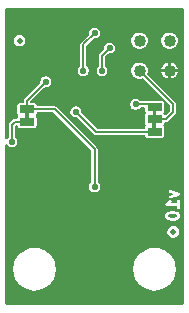
<source format=gbl>
%TF.GenerationSoftware,KiCad,Pcbnew,9.0.4*%
%TF.CreationDate,2026-01-16T11:12:57-07:00*%
%TF.ProjectId,SparkFun_Capacitive_Soil_Moisture_Sensor,53706172-6b46-4756-9e5f-436170616369,v10*%
%TF.SameCoordinates,Original*%
%TF.FileFunction,Copper,L2,Bot*%
%TF.FilePolarity,Positive*%
%FSLAX46Y46*%
G04 Gerber Fmt 4.6, Leading zero omitted, Abs format (unit mm)*
G04 Created by KiCad (PCBNEW 9.0.4) date 2026-01-16 11:12:57*
%MOMM*%
%LPD*%
G01*
G04 APERTURE LIST*
G04 Aperture macros list*
%AMRoundRect*
0 Rectangle with rounded corners*
0 $1 Rounding radius*
0 $2 $3 $4 $5 $6 $7 $8 $9 X,Y pos of 4 corners*
0 Add a 4 corners polygon primitive as box body*
4,1,4,$2,$3,$4,$5,$6,$7,$8,$9,$2,$3,0*
0 Add four circle primitives for the rounded corners*
1,1,$1+$1,$2,$3*
1,1,$1+$1,$4,$5*
1,1,$1+$1,$6,$7*
1,1,$1+$1,$8,$9*
0 Add four rect primitives between the rounded corners*
20,1,$1+$1,$2,$3,$4,$5,0*
20,1,$1+$1,$4,$5,$6,$7,0*
20,1,$1+$1,$6,$7,$8,$9,0*
20,1,$1+$1,$8,$9,$2,$3,0*%
G04 Aperture macros list end*
%ADD10C,0.254000*%
%TA.AperFunction,EtchedComponent*%
%ADD11C,0.000000*%
%TD*%
%TA.AperFunction,SMDPad,CuDef*%
%ADD12RoundRect,0.508000X0.000010X0.000010X-0.000010X0.000010X-0.000010X-0.000010X0.000010X-0.000010X0*%
%TD*%
%TA.AperFunction,SMDPad,CuDef*%
%ADD13C,0.500000*%
%TD*%
%TA.AperFunction,SMDPad,CuDef*%
%ADD14R,1.270000X0.660400*%
%TD*%
%TA.AperFunction,ViaPad*%
%ADD15C,0.560000*%
%TD*%
%TA.AperFunction,Conductor*%
%ADD16C,0.152400*%
%TD*%
G04 APERTURE END LIST*
D10*
G36*
X14506463Y-17576279D02*
G01*
X14572319Y-17609207D01*
X14591556Y-17628444D01*
X14617312Y-17679956D01*
X14617312Y-17716757D01*
X14591556Y-17768269D01*
X14572319Y-17787507D01*
X14506463Y-17820435D01*
X14341631Y-17861643D01*
X14130994Y-17861643D01*
X13966162Y-17820435D01*
X13900306Y-17787507D01*
X13881067Y-17768268D01*
X13855312Y-17716758D01*
X13855312Y-17679956D01*
X13881067Y-17628446D01*
X13900306Y-17609207D01*
X13966162Y-17576279D01*
X14130994Y-17535071D01*
X14341631Y-17535071D01*
X14506463Y-17576279D01*
G37*
G36*
X14998312Y-18242643D02*
G01*
X13474312Y-18242643D01*
X13474312Y-17649976D01*
X13601312Y-17649976D01*
X13601312Y-17746738D01*
X13603752Y-17771514D01*
X13605498Y-17775730D01*
X13605822Y-17780283D01*
X13614720Y-17803534D01*
X13663101Y-17900296D01*
X13669814Y-17910960D01*
X13671097Y-17914058D01*
X13673958Y-17917544D01*
X13676363Y-17921365D01*
X13678896Y-17923562D01*
X13686890Y-17933303D01*
X13735271Y-17981684D01*
X13745011Y-17989677D01*
X13747209Y-17992211D01*
X13751029Y-17994615D01*
X13754516Y-17997477D01*
X13757613Y-17998759D01*
X13768278Y-18005473D01*
X13865040Y-18053854D01*
X13866852Y-18054547D01*
X13867590Y-18055094D01*
X13877982Y-18058806D01*
X13888291Y-18062752D01*
X13889206Y-18062817D01*
X13891034Y-18063470D01*
X14084558Y-18111851D01*
X14088853Y-18112486D01*
X14090584Y-18113203D01*
X14099913Y-18114121D01*
X14109186Y-18115493D01*
X14111038Y-18115217D01*
X14115360Y-18115643D01*
X14357265Y-18115643D01*
X14361586Y-18115217D01*
X14363439Y-18115493D01*
X14372711Y-18114121D01*
X14382041Y-18113203D01*
X14383771Y-18112486D01*
X14388067Y-18111851D01*
X14581591Y-18063470D01*
X14583418Y-18062817D01*
X14584334Y-18062752D01*
X14594634Y-18058809D01*
X14605036Y-18055094D01*
X14605774Y-18054546D01*
X14607585Y-18053854D01*
X14704347Y-18005473D01*
X14715011Y-17998759D01*
X14718109Y-17997477D01*
X14721595Y-17994615D01*
X14725416Y-17992211D01*
X14727613Y-17989677D01*
X14737354Y-17981684D01*
X14785735Y-17933303D01*
X14793731Y-17923559D01*
X14796262Y-17921364D01*
X14798664Y-17917547D01*
X14801528Y-17914058D01*
X14802811Y-17910960D01*
X14809525Y-17900295D01*
X14857905Y-17803533D01*
X14866802Y-17780281D01*
X14867125Y-17775730D01*
X14868872Y-17771514D01*
X14871312Y-17746738D01*
X14871312Y-17649976D01*
X14868872Y-17625200D01*
X14867125Y-17620983D01*
X14866802Y-17616433D01*
X14857905Y-17593181D01*
X14809525Y-17496419D01*
X14802811Y-17485753D01*
X14801528Y-17482656D01*
X14798664Y-17479166D01*
X14796262Y-17475350D01*
X14793731Y-17473154D01*
X14785735Y-17463411D01*
X14737354Y-17415030D01*
X14727613Y-17407036D01*
X14725416Y-17404503D01*
X14721595Y-17402098D01*
X14718109Y-17399237D01*
X14715011Y-17397954D01*
X14704347Y-17391241D01*
X14607585Y-17342860D01*
X14605774Y-17342167D01*
X14605036Y-17341620D01*
X14594634Y-17337904D01*
X14584334Y-17333962D01*
X14583418Y-17333896D01*
X14581591Y-17333244D01*
X14388067Y-17284863D01*
X14383771Y-17284227D01*
X14382041Y-17283511D01*
X14372711Y-17282592D01*
X14363439Y-17281221D01*
X14361586Y-17281496D01*
X14357265Y-17281071D01*
X14115360Y-17281071D01*
X14111038Y-17281496D01*
X14109186Y-17281221D01*
X14099913Y-17282592D01*
X14090584Y-17283511D01*
X14088853Y-17284227D01*
X14084558Y-17284863D01*
X13891034Y-17333244D01*
X13889206Y-17333896D01*
X13888291Y-17333962D01*
X13877982Y-17337907D01*
X13867590Y-17341620D01*
X13866852Y-17342166D01*
X13865040Y-17342860D01*
X13768278Y-17391241D01*
X13757613Y-17397954D01*
X13754516Y-17399237D01*
X13751029Y-17402098D01*
X13747209Y-17404503D01*
X13745011Y-17407036D01*
X13735271Y-17415030D01*
X13686890Y-17463411D01*
X13678896Y-17473151D01*
X13676363Y-17475349D01*
X13673958Y-17479169D01*
X13671097Y-17482656D01*
X13669814Y-17485753D01*
X13663101Y-17496418D01*
X13614720Y-17593180D01*
X13605822Y-17616431D01*
X13605498Y-17620983D01*
X13603752Y-17625200D01*
X13601312Y-17649976D01*
X13474312Y-17649976D01*
X13474312Y-16730606D01*
X13601312Y-16730606D01*
X13603752Y-16742939D01*
X13603752Y-16755514D01*
X13608514Y-16767011D01*
X13610929Y-16779217D01*
X13617903Y-16789678D01*
X13622715Y-16801295D01*
X13631513Y-16810093D01*
X13638415Y-16820446D01*
X13648863Y-16827443D01*
X13657755Y-16836335D01*
X13669249Y-16841096D01*
X13679588Y-16848020D01*
X13691918Y-16850486D01*
X13703536Y-16855298D01*
X13728051Y-16857712D01*
X13728180Y-16857738D01*
X13728223Y-16857729D01*
X13728312Y-16857738D01*
X14617312Y-16857738D01*
X14617312Y-17021024D01*
X14619752Y-17045800D01*
X14638715Y-17091581D01*
X14673755Y-17126621D01*
X14719536Y-17145584D01*
X14769088Y-17145584D01*
X14814869Y-17126621D01*
X14849909Y-17091581D01*
X14868872Y-17045800D01*
X14871312Y-17021024D01*
X14871312Y-16440452D01*
X14868872Y-16415676D01*
X14849909Y-16369895D01*
X14814869Y-16334855D01*
X14769088Y-16315892D01*
X14719536Y-16315892D01*
X14673755Y-16334855D01*
X14638715Y-16369895D01*
X14619752Y-16415676D01*
X14617312Y-16440452D01*
X14617312Y-16603738D01*
X14077686Y-16603738D01*
X14083809Y-16594010D01*
X14132190Y-16497248D01*
X14141088Y-16473997D01*
X14144601Y-16424568D01*
X14128930Y-16377557D01*
X14096463Y-16340122D01*
X14052143Y-16317962D01*
X14002714Y-16314449D01*
X13955703Y-16330120D01*
X13918268Y-16362587D01*
X13905006Y-16383656D01*
X13865842Y-16461983D01*
X13792541Y-16535283D01*
X13657865Y-16625068D01*
X13657797Y-16625123D01*
X13657755Y-16625141D01*
X13657660Y-16625235D01*
X13638604Y-16640841D01*
X13631606Y-16651289D01*
X13622715Y-16660181D01*
X13617953Y-16671675D01*
X13611030Y-16682014D01*
X13608563Y-16694344D01*
X13603752Y-16705962D01*
X13603752Y-16718405D01*
X13601312Y-16730606D01*
X13474312Y-16730606D01*
X13474312Y-15599414D01*
X13941343Y-15599414D01*
X13943803Y-15648906D01*
X13965016Y-15693690D01*
X14001752Y-15726946D01*
X14024264Y-15737577D01*
X14366714Y-15859881D01*
X14024264Y-15982185D01*
X14001752Y-15992816D01*
X13965016Y-16026072D01*
X13943803Y-16070856D01*
X13941343Y-16120348D01*
X13958009Y-16167013D01*
X13991265Y-16203749D01*
X14036049Y-16224962D01*
X14085541Y-16227422D01*
X14109694Y-16221387D01*
X14787026Y-15979482D01*
X14809538Y-15968851D01*
X14814262Y-15964573D01*
X14820026Y-15961844D01*
X14832502Y-15948061D01*
X14846274Y-15935595D01*
X14849002Y-15929835D01*
X14853282Y-15925108D01*
X14859533Y-15907603D01*
X14867488Y-15890811D01*
X14867804Y-15884444D01*
X14869948Y-15878442D01*
X14869025Y-15859881D01*
X14869948Y-15841320D01*
X14867804Y-15835317D01*
X14867488Y-15828951D01*
X14859533Y-15812158D01*
X14853282Y-15794654D01*
X14849002Y-15789926D01*
X14846274Y-15784167D01*
X14832502Y-15771700D01*
X14820026Y-15757918D01*
X14814262Y-15755188D01*
X14809538Y-15750911D01*
X14787026Y-15740280D01*
X14109694Y-15498375D01*
X14085541Y-15492340D01*
X14036049Y-15494800D01*
X13991265Y-15516013D01*
X13958009Y-15552749D01*
X13941343Y-15599414D01*
X13474312Y-15599414D01*
X13474312Y-15365340D01*
X14998312Y-15365340D01*
X14998312Y-18242643D01*
G37*
D11*
%TA.AperFunction,EtchedComponent*%
%TO.C,JP2*%
G36*
X12827000Y-10287000D02*
G01*
X12527000Y-10287000D01*
X12527000Y-9787000D01*
X12827000Y-9787000D01*
X12827000Y-10287000D01*
G37*
%TD.AperFunction*%
%TA.AperFunction,EtchedComponent*%
G36*
X12850000Y-9254300D02*
G01*
X12550000Y-9254300D01*
X12550000Y-8754300D01*
X12850000Y-8754300D01*
X12850000Y-9254300D01*
G37*
%TD.AperFunction*%
%TA.AperFunction,EtchedComponent*%
%TO.C,JP1*%
G36*
X2055000Y-9457500D02*
G01*
X1755000Y-9457500D01*
X1755000Y-8957500D01*
X2055000Y-8957500D01*
X2055000Y-9457500D01*
G37*
%TD.AperFunction*%
%TD*%
D12*
%TO.P,TP5,1,1*%
%TO.N,3.3V*%
X11430000Y-5397500D03*
%TD*%
%TO.P,TP6,1,1*%
%TO.N,SDA*%
X11430000Y-2857500D03*
%TD*%
%TO.P,TP4,1,1*%
%TO.N,GND*%
X13970000Y-5397500D03*
%TD*%
D13*
%TO.P,FID2,*%
%TO.N,*%
X1270000Y-2857500D03*
%TD*%
D14*
%TO.P,JP2,1,A*%
%TO.N,Net-(JP2-A)*%
X12700000Y-8483600D03*
%TO.P,JP2,2,B*%
%TO.N,3.3V*%
X12700000Y-9525000D03*
%TO.P,JP2,3,C*%
%TO.N,Net-(JP2-C)*%
X12700000Y-10566400D03*
%TD*%
%TO.P,JP1,1,A*%
%TO.N,Net-(JP1-A)*%
X1905000Y-9728200D03*
%TO.P,JP1,2,B*%
%TO.N,3.3V*%
X1905000Y-8686800D03*
%TD*%
D12*
%TO.P,TP7,1,1*%
%TO.N,SCL*%
X13970000Y-2857500D03*
%TD*%
D13*
%TO.P,FID1,*%
%TO.N,*%
X14287500Y-19050000D03*
%TD*%
D15*
%TO.N,3.3V*%
X7620000Y-15240000D03*
X11430000Y-5397500D03*
X3492500Y-6350000D03*
%TO.N,GND*%
X9525000Y-17462500D03*
X9525000Y-19050000D03*
X635000Y-14605000D03*
X9842500Y-6096000D03*
X13970000Y-5397500D03*
X6350000Y-2222500D03*
X635000Y-16192500D03*
X10477500Y-16510000D03*
%TO.N,SCL*%
X6667500Y-5397500D03*
X13970000Y-2857500D03*
X7620000Y-2222500D03*
%TO.N,SDA*%
X11430000Y-2857500D03*
X8890000Y-3492500D03*
X8255000Y-5397500D03*
%TO.N,Net-(JP1-A)*%
X635000Y-11430000D03*
%TO.N,Net-(JP2-A)*%
X11112500Y-8255000D03*
%TO.N,Net-(JP2-C)*%
X6039900Y-8890000D03*
%TD*%
D16*
%TO.N,3.3V*%
X4241800Y-8686800D02*
X7620000Y-12065000D01*
X1905000Y-7937500D02*
X1905000Y-8686800D01*
X1905000Y-8686800D02*
X4241800Y-8686800D01*
X14287500Y-8890000D02*
X13652500Y-9525000D01*
X14287500Y-8255000D02*
X14287500Y-8890000D01*
X13652500Y-9525000D02*
X12700000Y-9525000D01*
X3492500Y-6350000D02*
X1905000Y-7937500D01*
X7620000Y-12065000D02*
X7620000Y-15240000D01*
X11430000Y-5397500D02*
X14287500Y-8255000D01*
%TO.N,SCL*%
X6667500Y-3175000D02*
X6667500Y-5397500D01*
X7620000Y-2222500D02*
X6667500Y-3175000D01*
%TO.N,SDA*%
X8255000Y-4127500D02*
X8890000Y-3492500D01*
X8255000Y-5397500D02*
X8255000Y-4127500D01*
%TO.N,Net-(JP1-A)*%
X908050Y-9728200D02*
X635000Y-10001250D01*
X635000Y-10001250D02*
X635000Y-11430000D01*
X1905000Y-9728200D02*
X908050Y-9728200D01*
%TO.N,Net-(JP2-A)*%
X11112500Y-8255000D02*
X12471400Y-8255000D01*
X11112500Y-8255000D02*
X11112500Y-8318500D01*
X12471400Y-8255000D02*
X12700000Y-8483600D01*
%TO.N,Net-(JP2-C)*%
X7716300Y-10566400D02*
X12700000Y-10566400D01*
X6039900Y-8890000D02*
X7716300Y-10566400D01*
%TD*%
%TA.AperFunction,Conductor*%
%TO.N,GND*%
G36*
X15131901Y-97265D02*
G01*
X15161965Y-149336D01*
X15163300Y-164600D01*
X15163300Y-25128800D01*
X15142735Y-25185301D01*
X15090664Y-25215365D01*
X15075400Y-25216700D01*
X164600Y-25216700D01*
X108099Y-25196135D01*
X78035Y-25144064D01*
X76700Y-25128800D01*
X76700Y-22106989D01*
X739500Y-22106989D01*
X739500Y-22343011D01*
X770307Y-22577014D01*
X831394Y-22804993D01*
X879470Y-22921059D01*
X921713Y-23023043D01*
X921714Y-23023045D01*
X1039728Y-23227452D01*
X1166918Y-23393208D01*
X1183408Y-23414699D01*
X1350301Y-23581592D01*
X1537550Y-23725273D01*
X1741951Y-23843284D01*
X1960007Y-23933606D01*
X2187986Y-23994693D01*
X2367541Y-24018331D01*
X2421987Y-24025500D01*
X2421989Y-24025500D01*
X2658013Y-24025500D01*
X2706784Y-24019078D01*
X2892014Y-23994693D01*
X3119993Y-23933606D01*
X3338049Y-23843284D01*
X3542450Y-23725273D01*
X3729699Y-23581592D01*
X3896592Y-23414699D01*
X4040273Y-23227450D01*
X4158284Y-23023049D01*
X4248606Y-22804993D01*
X4309693Y-22577014D01*
X4340500Y-22343011D01*
X4340500Y-22106989D01*
X10899500Y-22106989D01*
X10899500Y-22343011D01*
X10930307Y-22577014D01*
X10991394Y-22804993D01*
X11039470Y-22921059D01*
X11081713Y-23023043D01*
X11081714Y-23023045D01*
X11199728Y-23227452D01*
X11326918Y-23393208D01*
X11343408Y-23414699D01*
X11510301Y-23581592D01*
X11697550Y-23725273D01*
X11901951Y-23843284D01*
X12120007Y-23933606D01*
X12347986Y-23994693D01*
X12527541Y-24018331D01*
X12581987Y-24025500D01*
X12581989Y-24025500D01*
X12818013Y-24025500D01*
X12866784Y-24019078D01*
X13052014Y-23994693D01*
X13279993Y-23933606D01*
X13498049Y-23843284D01*
X13702450Y-23725273D01*
X13889699Y-23581592D01*
X14056592Y-23414699D01*
X14200273Y-23227450D01*
X14318284Y-23023049D01*
X14408606Y-22804993D01*
X14469693Y-22577014D01*
X14500500Y-22343011D01*
X14500500Y-22106989D01*
X14469693Y-21872986D01*
X14408606Y-21645007D01*
X14318284Y-21426951D01*
X14200273Y-21222550D01*
X14056592Y-21035301D01*
X13889699Y-20868408D01*
X13868208Y-20851918D01*
X13702452Y-20724728D01*
X13634316Y-20685390D01*
X13498049Y-20606716D01*
X13498047Y-20606715D01*
X13498045Y-20606714D01*
X13498043Y-20606713D01*
X13396059Y-20564470D01*
X13279993Y-20516394D01*
X13279986Y-20516392D01*
X13052026Y-20455310D01*
X13052014Y-20455307D01*
X12818013Y-20424500D01*
X12818011Y-20424500D01*
X12581989Y-20424500D01*
X12581987Y-20424500D01*
X12347985Y-20455307D01*
X12347973Y-20455310D01*
X12120013Y-20516392D01*
X12120009Y-20516393D01*
X12120007Y-20516394D01*
X12120005Y-20516395D01*
X11901956Y-20606713D01*
X11901954Y-20606714D01*
X11697547Y-20724728D01*
X11510304Y-20868405D01*
X11343405Y-21035304D01*
X11199728Y-21222547D01*
X11081714Y-21426954D01*
X11081713Y-21426956D01*
X11005475Y-21611010D01*
X10991394Y-21645007D01*
X10930307Y-21872986D01*
X10899500Y-22106989D01*
X4340500Y-22106989D01*
X4309693Y-21872986D01*
X4248606Y-21645007D01*
X4158284Y-21426951D01*
X4040273Y-21222550D01*
X3896592Y-21035301D01*
X3729699Y-20868408D01*
X3708208Y-20851918D01*
X3542452Y-20724728D01*
X3474316Y-20685390D01*
X3338049Y-20606716D01*
X3338047Y-20606715D01*
X3338045Y-20606714D01*
X3338043Y-20606713D01*
X3236059Y-20564470D01*
X3119993Y-20516394D01*
X3119986Y-20516392D01*
X2892026Y-20455310D01*
X2892014Y-20455307D01*
X2658013Y-20424500D01*
X2658011Y-20424500D01*
X2421989Y-20424500D01*
X2421987Y-20424500D01*
X2187985Y-20455307D01*
X2187973Y-20455310D01*
X1960013Y-20516392D01*
X1960009Y-20516393D01*
X1960007Y-20516394D01*
X1960005Y-20516395D01*
X1741956Y-20606713D01*
X1741954Y-20606714D01*
X1537547Y-20724728D01*
X1350304Y-20868405D01*
X1183405Y-21035304D01*
X1039728Y-21222547D01*
X921714Y-21426954D01*
X921713Y-21426956D01*
X845475Y-21611010D01*
X831394Y-21645007D01*
X770307Y-21872986D01*
X739500Y-22106989D01*
X76700Y-22106989D01*
X76700Y-18984108D01*
X13787000Y-18984108D01*
X13787000Y-19115892D01*
X13821108Y-19243186D01*
X13887000Y-19357314D01*
X13980186Y-19450500D01*
X14094314Y-19516392D01*
X14221608Y-19550500D01*
X14353391Y-19550500D01*
X14353392Y-19550500D01*
X14480686Y-19516392D01*
X14594814Y-19450500D01*
X14688000Y-19357314D01*
X14753892Y-19243186D01*
X14788000Y-19115892D01*
X14788000Y-18984108D01*
X14753892Y-18856814D01*
X14688000Y-18742686D01*
X14594814Y-18649500D01*
X14480686Y-18583608D01*
X14480685Y-18583607D01*
X14480684Y-18583607D01*
X14353392Y-18549500D01*
X14221608Y-18549500D01*
X14094315Y-18583607D01*
X13980184Y-18649501D01*
X13887001Y-18742684D01*
X13821107Y-18856815D01*
X13787000Y-18984108D01*
X76700Y-18984108D01*
X76700Y-18122924D01*
X13593919Y-18122924D01*
X13593920Y-18122924D01*
X14877769Y-18122924D01*
X14877770Y-18122924D01*
X14877770Y-15484884D01*
X13593919Y-15484884D01*
X13593919Y-18122924D01*
X76700Y-18122924D01*
X76700Y-11707643D01*
X97265Y-11651142D01*
X149336Y-11621078D01*
X208550Y-11631519D01*
X240722Y-11663692D01*
X268268Y-11711403D01*
X353597Y-11796732D01*
X458103Y-11857068D01*
X458105Y-11857068D01*
X458106Y-11857069D01*
X574664Y-11888300D01*
X695335Y-11888300D01*
X695336Y-11888300D01*
X811897Y-11857068D01*
X916403Y-11796732D01*
X1001732Y-11711403D01*
X1062068Y-11606897D01*
X1093300Y-11490336D01*
X1093300Y-11369664D01*
X1062068Y-11253103D01*
X1001732Y-11148597D01*
X916403Y-11063268D01*
X915245Y-11062110D01*
X889834Y-11007616D01*
X889500Y-10999955D01*
X889500Y-10143078D01*
X896062Y-10125047D01*
X897735Y-10105931D01*
X908743Y-10090208D01*
X910065Y-10086577D01*
X915244Y-10080924D01*
X927923Y-10068245D01*
X946964Y-10049203D01*
X1001457Y-10023793D01*
X1059535Y-10039354D01*
X1094024Y-10088606D01*
X1095330Y-10094211D01*
X1102043Y-10127966D01*
X1102044Y-10127968D01*
X1102045Y-10127969D01*
X1141453Y-10186947D01*
X1200431Y-10226355D01*
X1252439Y-10236700D01*
X2557560Y-10236699D01*
X2557563Y-10236699D01*
X2557565Y-10236698D01*
X2609565Y-10226356D01*
X2609566Y-10226356D01*
X2609566Y-10226355D01*
X2609569Y-10226355D01*
X2668547Y-10186947D01*
X2707955Y-10127969D01*
X2718300Y-10075961D01*
X2718299Y-9380440D01*
X2718299Y-9380439D01*
X2718299Y-9380436D01*
X2718298Y-9380434D01*
X2707956Y-9328434D01*
X2707956Y-9328433D01*
X2700362Y-9317068D01*
X2668547Y-9269453D01*
X2668546Y-9269452D01*
X2663737Y-9262255D01*
X2664926Y-9261460D01*
X2643337Y-9215161D01*
X2658900Y-9157083D01*
X2668421Y-9145733D01*
X2668543Y-9145549D01*
X2668547Y-9145547D01*
X2707955Y-9086569D01*
X2718300Y-9034561D01*
X2718300Y-9029200D01*
X2738865Y-8972699D01*
X2790936Y-8942635D01*
X2806200Y-8941300D01*
X4099972Y-8941300D01*
X4156473Y-8961865D01*
X4162127Y-8967045D01*
X7339755Y-12144672D01*
X7365166Y-12199166D01*
X7365500Y-12206827D01*
X7365500Y-14809955D01*
X7344935Y-14866456D01*
X7339755Y-14872110D01*
X7253269Y-14958595D01*
X7192930Y-15063106D01*
X7161700Y-15179664D01*
X7161700Y-15300335D01*
X7192930Y-15416893D01*
X7192931Y-15416896D01*
X7192932Y-15416897D01*
X7253268Y-15521403D01*
X7338597Y-15606732D01*
X7443103Y-15667068D01*
X7443105Y-15667068D01*
X7443106Y-15667069D01*
X7559664Y-15698300D01*
X7680335Y-15698300D01*
X7680336Y-15698300D01*
X7796897Y-15667068D01*
X7901403Y-15606732D01*
X7986732Y-15521403D01*
X8047068Y-15416897D01*
X8078300Y-15300336D01*
X8078300Y-15179664D01*
X8047068Y-15063103D01*
X7986732Y-14958597D01*
X7901403Y-14873268D01*
X7900245Y-14872110D01*
X7874834Y-14817616D01*
X7874500Y-14809955D01*
X7874500Y-12014378D01*
X7874499Y-12014375D01*
X7835756Y-11920839D01*
X7835755Y-11920838D01*
X7835755Y-11920837D01*
X7764163Y-11849245D01*
X7764161Y-11849244D01*
X4744582Y-8829664D01*
X5581600Y-8829664D01*
X5581600Y-8950336D01*
X5584091Y-8959633D01*
X5612830Y-9066893D01*
X5612831Y-9066896D01*
X5612832Y-9066897D01*
X5673168Y-9171403D01*
X5758497Y-9256732D01*
X5863003Y-9317068D01*
X5863005Y-9317068D01*
X5863006Y-9317069D01*
X5979564Y-9348300D01*
X6101872Y-9348300D01*
X6158373Y-9368865D01*
X6164027Y-9374045D01*
X7572137Y-10782155D01*
X7665677Y-10820901D01*
X7777154Y-10820901D01*
X7777162Y-10820900D01*
X11798801Y-10820900D01*
X11855302Y-10841465D01*
X11885366Y-10893536D01*
X11886701Y-10908800D01*
X11886701Y-10914165D01*
X11897043Y-10966165D01*
X11897043Y-10966166D01*
X11897044Y-10966168D01*
X11897045Y-10966169D01*
X11936453Y-11025147D01*
X11995431Y-11064555D01*
X12047439Y-11074900D01*
X13352560Y-11074899D01*
X13352563Y-11074899D01*
X13352565Y-11074898D01*
X13404565Y-11064556D01*
X13404566Y-11064556D01*
X13404566Y-11064555D01*
X13404569Y-11064555D01*
X13463547Y-11025147D01*
X13502955Y-10966169D01*
X13513300Y-10914161D01*
X13513299Y-10218640D01*
X13513299Y-10218639D01*
X13513299Y-10218636D01*
X13513298Y-10218634D01*
X13502956Y-10166634D01*
X13502956Y-10166633D01*
X13487217Y-10143078D01*
X13463547Y-10107653D01*
X13463546Y-10107652D01*
X13458737Y-10100455D01*
X13459926Y-10099660D01*
X13438337Y-10053361D01*
X13453900Y-9995283D01*
X13463421Y-9983933D01*
X13463543Y-9983749D01*
X13463547Y-9983747D01*
X13502955Y-9924769D01*
X13513300Y-9872761D01*
X13513300Y-9867400D01*
X13533865Y-9810899D01*
X13585936Y-9780835D01*
X13601200Y-9779500D01*
X13703122Y-9779500D01*
X13703123Y-9779500D01*
X13796663Y-9740755D01*
X14503255Y-9034163D01*
X14542001Y-8940623D01*
X14542001Y-8839377D01*
X14542001Y-8832298D01*
X14542000Y-8832284D01*
X14542000Y-8204378D01*
X14541999Y-8204375D01*
X14503256Y-8110839D01*
X14503255Y-8110838D01*
X14503255Y-8110837D01*
X14431663Y-8039245D01*
X14431661Y-8039244D01*
X12101148Y-5708730D01*
X12075737Y-5654236D01*
X12079383Y-5620424D01*
X12093727Y-5574393D01*
X12110017Y-5522118D01*
X12113263Y-5486400D01*
X13287240Y-5486400D01*
X13290478Y-5522026D01*
X13290479Y-5522028D01*
X13340026Y-5681030D01*
X13426184Y-5823550D01*
X13543949Y-5941315D01*
X13686469Y-6027473D01*
X13845472Y-6077021D01*
X13845480Y-6077022D01*
X13881099Y-6080258D01*
X13881100Y-6080258D01*
X13881100Y-5486401D01*
X14058900Y-5486401D01*
X14058900Y-6080258D01*
X14094519Y-6077022D01*
X14094527Y-6077021D01*
X14253530Y-6027473D01*
X14396050Y-5941315D01*
X14513815Y-5823550D01*
X14599973Y-5681030D01*
X14649520Y-5522028D01*
X14649521Y-5522026D01*
X14652759Y-5486400D01*
X14058901Y-5486400D01*
X14058900Y-5486401D01*
X13881100Y-5486401D01*
X13881099Y-5486400D01*
X13287240Y-5486400D01*
X12113263Y-5486400D01*
X12116300Y-5452975D01*
X12116299Y-5342026D01*
X12116264Y-5341640D01*
X12116264Y-5341631D01*
X12113263Y-5308599D01*
X13287240Y-5308599D01*
X13287241Y-5308600D01*
X13881099Y-5308600D01*
X13881100Y-5308599D01*
X14058900Y-5308599D01*
X14058901Y-5308600D01*
X14652759Y-5308600D01*
X14652759Y-5308599D01*
X14649521Y-5272973D01*
X14649520Y-5272971D01*
X14599973Y-5113969D01*
X14513815Y-4971449D01*
X14396050Y-4853684D01*
X14253530Y-4767526D01*
X14094528Y-4717979D01*
X14094526Y-4717978D01*
X14058900Y-4714740D01*
X14058900Y-5308599D01*
X13881100Y-5308599D01*
X13881100Y-4714741D01*
X13881099Y-4714740D01*
X13845473Y-4717978D01*
X13845471Y-4717979D01*
X13686469Y-4767526D01*
X13543949Y-4853684D01*
X13426184Y-4971449D01*
X13340026Y-5113969D01*
X13290479Y-5272971D01*
X13290478Y-5272973D01*
X13287240Y-5308599D01*
X12113263Y-5308599D01*
X12110018Y-5272889D01*
X12110017Y-5272881D01*
X12060433Y-5113762D01*
X11976617Y-4975116D01*
X11974212Y-4971137D01*
X11856363Y-4853288D01*
X11835336Y-4840576D01*
X11713737Y-4767066D01*
X11554619Y-4717483D01*
X11485481Y-4711200D01*
X11374518Y-4711200D01*
X11374515Y-4711201D01*
X11305389Y-4717481D01*
X11305381Y-4717482D01*
X11146262Y-4767066D01*
X11003638Y-4853287D01*
X10885787Y-4971138D01*
X10799566Y-5113762D01*
X10749983Y-5272880D01*
X10743700Y-5342018D01*
X10743700Y-5452981D01*
X10743701Y-5452984D01*
X10749981Y-5522110D01*
X10749982Y-5522118D01*
X10799566Y-5681237D01*
X10873076Y-5802836D01*
X10885788Y-5823863D01*
X11003637Y-5941712D01*
X11064437Y-5978467D01*
X11146262Y-6027933D01*
X11146264Y-6027933D01*
X11146265Y-6027934D01*
X11305382Y-6077517D01*
X11374525Y-6083800D01*
X11485474Y-6083799D01*
X11485481Y-6083799D01*
X11485483Y-6083798D01*
X11502823Y-6082222D01*
X11554610Y-6077518D01*
X11554615Y-6077517D01*
X11554618Y-6077517D01*
X11652924Y-6046883D01*
X11712985Y-6049707D01*
X11741230Y-6068648D01*
X13537342Y-7864759D01*
X14007255Y-8334672D01*
X14032666Y-8389166D01*
X14033000Y-8396827D01*
X14033000Y-8748172D01*
X14012435Y-8804673D01*
X14007255Y-8810327D01*
X13650661Y-9166920D01*
X13596167Y-9192331D01*
X13538089Y-9176768D01*
X13513904Y-9151252D01*
X13505423Y-9137642D01*
X13502955Y-9125231D01*
X13463547Y-9066253D01*
X13459077Y-9063266D01*
X13451301Y-9050787D01*
X13447043Y-9030632D01*
X13438337Y-9011961D01*
X13441000Y-9002022D01*
X13438874Y-8991958D01*
X13448568Y-8973780D01*
X13453900Y-8953883D01*
X13463421Y-8942533D01*
X13463543Y-8942349D01*
X13463547Y-8942347D01*
X13502955Y-8883369D01*
X13513300Y-8831361D01*
X13513299Y-8135840D01*
X13513299Y-8135836D01*
X13513298Y-8135834D01*
X13502956Y-8083834D01*
X13502956Y-8083833D01*
X13502955Y-8083831D01*
X13463547Y-8024853D01*
X13419152Y-7995189D01*
X13419150Y-7995187D01*
X13404570Y-7985445D01*
X13376868Y-7979935D01*
X13352561Y-7975100D01*
X13352559Y-7975100D01*
X12047436Y-7975100D01*
X12047434Y-7975101D01*
X11995434Y-7985443D01*
X11995432Y-7985444D01*
X11995072Y-7985685D01*
X11994246Y-7985935D01*
X11987435Y-7988757D01*
X11987157Y-7988086D01*
X11946236Y-8000500D01*
X11542545Y-8000500D01*
X11486044Y-7979935D01*
X11480390Y-7974755D01*
X11393904Y-7888269D01*
X11393903Y-7888268D01*
X11289397Y-7827932D01*
X11289396Y-7827931D01*
X11289393Y-7827930D01*
X11172836Y-7796700D01*
X11052164Y-7796700D01*
X10935606Y-7827930D01*
X10831095Y-7888269D01*
X10745769Y-7973595D01*
X10685430Y-8078106D01*
X10654200Y-8194664D01*
X10654200Y-8315335D01*
X10685430Y-8431893D01*
X10685431Y-8431896D01*
X10685432Y-8431897D01*
X10745768Y-8536403D01*
X10831097Y-8621732D01*
X10935603Y-8682068D01*
X10935605Y-8682068D01*
X10935606Y-8682069D01*
X11052164Y-8713300D01*
X11172835Y-8713300D01*
X11172836Y-8713300D01*
X11289397Y-8682068D01*
X11393903Y-8621732D01*
X11479232Y-8536403D01*
X11479232Y-8536402D01*
X11480390Y-8535245D01*
X11534884Y-8509834D01*
X11542545Y-8509500D01*
X11798801Y-8509500D01*
X11855302Y-8530065D01*
X11885366Y-8582136D01*
X11886701Y-8597400D01*
X11886701Y-8831365D01*
X11897043Y-8883365D01*
X11897043Y-8883366D01*
X11897044Y-8883368D01*
X11897045Y-8883369D01*
X11935753Y-8941300D01*
X11941263Y-8949545D01*
X11940073Y-8950339D01*
X11961663Y-8996639D01*
X11946100Y-9054717D01*
X11936578Y-9066066D01*
X11897045Y-9125231D01*
X11886700Y-9177240D01*
X11886700Y-9872763D01*
X11886701Y-9872765D01*
X11897043Y-9924765D01*
X11897043Y-9924766D01*
X11897044Y-9924768D01*
X11897045Y-9924769D01*
X11935753Y-9982700D01*
X11941263Y-9990945D01*
X11940073Y-9991739D01*
X11961663Y-10038039D01*
X11946100Y-10096117D01*
X11936578Y-10107466D01*
X11897045Y-10166631D01*
X11886700Y-10218640D01*
X11886700Y-10224000D01*
X11866135Y-10280501D01*
X11814064Y-10310565D01*
X11798800Y-10311900D01*
X7858128Y-10311900D01*
X7801627Y-10291335D01*
X7795973Y-10286155D01*
X6523945Y-9014127D01*
X6498534Y-8959633D01*
X6498200Y-8951972D01*
X6498200Y-8829664D01*
X6466969Y-8713106D01*
X6466968Y-8713105D01*
X6466968Y-8713103D01*
X6406632Y-8608597D01*
X6321303Y-8523268D01*
X6216797Y-8462932D01*
X6216796Y-8462931D01*
X6216793Y-8462930D01*
X6100236Y-8431700D01*
X5979564Y-8431700D01*
X5863006Y-8462930D01*
X5758495Y-8523269D01*
X5673169Y-8608595D01*
X5612830Y-8713106D01*
X5588296Y-8804673D01*
X5581600Y-8829664D01*
X4744582Y-8829664D01*
X4385963Y-8471045D01*
X4385961Y-8471044D01*
X4385960Y-8471043D01*
X4292424Y-8432300D01*
X4292423Y-8432300D01*
X2806199Y-8432300D01*
X2749698Y-8411735D01*
X2719634Y-8359664D01*
X2718299Y-8344400D01*
X2718299Y-8339036D01*
X2718298Y-8339034D01*
X2707956Y-8287034D01*
X2707956Y-8287033D01*
X2707955Y-8287031D01*
X2668547Y-8228053D01*
X2609569Y-8188645D01*
X2557561Y-8178300D01*
X2557559Y-8178300D01*
X2247400Y-8178300D01*
X2225942Y-8170490D01*
X2203450Y-8166524D01*
X2198351Y-8160447D01*
X2190899Y-8157735D01*
X2179480Y-8137958D01*
X2164801Y-8120464D01*
X2162787Y-8109046D01*
X2160835Y-8105664D01*
X2159500Y-8090400D01*
X2159500Y-8079327D01*
X2180065Y-8022826D01*
X2185234Y-8017183D01*
X3368372Y-6834044D01*
X3422866Y-6808634D01*
X3430527Y-6808300D01*
X3552835Y-6808300D01*
X3552836Y-6808300D01*
X3669397Y-6777068D01*
X3773903Y-6716732D01*
X3859232Y-6631403D01*
X3919568Y-6526897D01*
X3950800Y-6410336D01*
X3950800Y-6289664D01*
X3919568Y-6173103D01*
X3859232Y-6068597D01*
X3773903Y-5983268D01*
X3669397Y-5922932D01*
X3669396Y-5922931D01*
X3669393Y-5922930D01*
X3552836Y-5891700D01*
X3432164Y-5891700D01*
X3315606Y-5922930D01*
X3211095Y-5983269D01*
X3125769Y-6068595D01*
X3065430Y-6173106D01*
X3034200Y-6289664D01*
X3034200Y-6411971D01*
X3013635Y-6468472D01*
X3008455Y-6474126D01*
X1760837Y-7721745D01*
X1760836Y-7721744D01*
X1689246Y-7793335D01*
X1689243Y-7793339D01*
X1650500Y-7886875D01*
X1650500Y-8090400D01*
X1629935Y-8146901D01*
X1577864Y-8176965D01*
X1562600Y-8178300D01*
X1252436Y-8178300D01*
X1252434Y-8178301D01*
X1200434Y-8188643D01*
X1200433Y-8188643D01*
X1141454Y-8228052D01*
X1141452Y-8228054D01*
X1102045Y-8287031D01*
X1091700Y-8339040D01*
X1091700Y-9034563D01*
X1091701Y-9034565D01*
X1102043Y-9086565D01*
X1102043Y-9086566D01*
X1146263Y-9152745D01*
X1145073Y-9153539D01*
X1166663Y-9199839D01*
X1151100Y-9257917D01*
X1141578Y-9269266D01*
X1102045Y-9328431D01*
X1091700Y-9380440D01*
X1091700Y-9385800D01*
X1071135Y-9442301D01*
X1019064Y-9472365D01*
X1003800Y-9473700D01*
X857425Y-9473700D01*
X763889Y-9512443D01*
X490837Y-9785495D01*
X490836Y-9785494D01*
X419246Y-9857085D01*
X419243Y-9857089D01*
X380500Y-9950625D01*
X380500Y-10999955D01*
X359935Y-11056456D01*
X354755Y-11062110D01*
X268269Y-11148595D01*
X268268Y-11148597D01*
X240722Y-11196306D01*
X194664Y-11234955D01*
X134537Y-11234955D01*
X88476Y-11196306D01*
X76700Y-11152356D01*
X76700Y-5337164D01*
X6209200Y-5337164D01*
X6209200Y-5457835D01*
X6240430Y-5574393D01*
X6240431Y-5574396D01*
X6240432Y-5574397D01*
X6300768Y-5678903D01*
X6386097Y-5764232D01*
X6490603Y-5824568D01*
X6490605Y-5824568D01*
X6490606Y-5824569D01*
X6607164Y-5855800D01*
X6727835Y-5855800D01*
X6727836Y-5855800D01*
X6844397Y-5824568D01*
X6948903Y-5764232D01*
X7034232Y-5678903D01*
X7094568Y-5574397D01*
X7125800Y-5457836D01*
X7125800Y-5337164D01*
X7796700Y-5337164D01*
X7796700Y-5457835D01*
X7827930Y-5574393D01*
X7827931Y-5574396D01*
X7827932Y-5574397D01*
X7888268Y-5678903D01*
X7973597Y-5764232D01*
X8078103Y-5824568D01*
X8078105Y-5824568D01*
X8078106Y-5824569D01*
X8194664Y-5855800D01*
X8315335Y-5855800D01*
X8315336Y-5855800D01*
X8431897Y-5824568D01*
X8536403Y-5764232D01*
X8621732Y-5678903D01*
X8682068Y-5574397D01*
X8713300Y-5457836D01*
X8713300Y-5337164D01*
X8682068Y-5220603D01*
X8621732Y-5116097D01*
X8536403Y-5030768D01*
X8535245Y-5029610D01*
X8509834Y-4975116D01*
X8509500Y-4967455D01*
X8509500Y-4269327D01*
X8530065Y-4212826D01*
X8535235Y-4207182D01*
X8765872Y-3976544D01*
X8820366Y-3951134D01*
X8828027Y-3950800D01*
X8950335Y-3950800D01*
X8950336Y-3950800D01*
X9066897Y-3919568D01*
X9171403Y-3859232D01*
X9256732Y-3773903D01*
X9317068Y-3669397D01*
X9348300Y-3552836D01*
X9348300Y-3432164D01*
X9317068Y-3315603D01*
X9256732Y-3211097D01*
X9171403Y-3125768D01*
X9066897Y-3065432D01*
X9066896Y-3065431D01*
X9066893Y-3065430D01*
X8950336Y-3034200D01*
X8829664Y-3034200D01*
X8713106Y-3065430D01*
X8608595Y-3125769D01*
X8523269Y-3211095D01*
X8462930Y-3315606D01*
X8431700Y-3432164D01*
X8431700Y-3554471D01*
X8411135Y-3610972D01*
X8405955Y-3616626D01*
X8110837Y-3911745D01*
X8110836Y-3911744D01*
X8039246Y-3983335D01*
X8039243Y-3983339D01*
X8000500Y-4076875D01*
X8000500Y-4967455D01*
X7979935Y-5023956D01*
X7974755Y-5029610D01*
X7888269Y-5116095D01*
X7827930Y-5220606D01*
X7796700Y-5337164D01*
X7125800Y-5337164D01*
X7094568Y-5220603D01*
X7034232Y-5116097D01*
X6948903Y-5030768D01*
X6947745Y-5029610D01*
X6922334Y-4975116D01*
X6922000Y-4967455D01*
X6922000Y-3316826D01*
X6942565Y-3260325D01*
X6947734Y-3254682D01*
X7400397Y-2802018D01*
X10743700Y-2802018D01*
X10743700Y-2912981D01*
X10743701Y-2912984D01*
X10749981Y-2982110D01*
X10749982Y-2982118D01*
X10799566Y-3141237D01*
X10841798Y-3211095D01*
X10885788Y-3283863D01*
X11003637Y-3401712D01*
X11054011Y-3432164D01*
X11146262Y-3487933D01*
X11146264Y-3487933D01*
X11146265Y-3487934D01*
X11305382Y-3537517D01*
X11374525Y-3543800D01*
X11485474Y-3543799D01*
X11485481Y-3543799D01*
X11485483Y-3543798D01*
X11502823Y-3542222D01*
X11554610Y-3537518D01*
X11554618Y-3537517D01*
X11554621Y-3537516D01*
X11713735Y-3487934D01*
X11856363Y-3401712D01*
X11974212Y-3283863D01*
X12060434Y-3141235D01*
X12110017Y-2982118D01*
X12116300Y-2912975D01*
X12116299Y-2802026D01*
X12116299Y-2802025D01*
X12116299Y-2802018D01*
X13283700Y-2802018D01*
X13283700Y-2912981D01*
X13283701Y-2912984D01*
X13289981Y-2982110D01*
X13289982Y-2982118D01*
X13339566Y-3141237D01*
X13381798Y-3211095D01*
X13425788Y-3283863D01*
X13543637Y-3401712D01*
X13594011Y-3432164D01*
X13686262Y-3487933D01*
X13686264Y-3487933D01*
X13686265Y-3487934D01*
X13845382Y-3537517D01*
X13914525Y-3543800D01*
X14025474Y-3543799D01*
X14025481Y-3543799D01*
X14025483Y-3543798D01*
X14042823Y-3542222D01*
X14094610Y-3537518D01*
X14094618Y-3537517D01*
X14094621Y-3537516D01*
X14253735Y-3487934D01*
X14396363Y-3401712D01*
X14514212Y-3283863D01*
X14600434Y-3141235D01*
X14650017Y-2982118D01*
X14656300Y-2912975D01*
X14656299Y-2802026D01*
X14656299Y-2802025D01*
X14656299Y-2802018D01*
X14656298Y-2802015D01*
X14650018Y-2732889D01*
X14650017Y-2732881D01*
X14600433Y-2573762D01*
X14529847Y-2457001D01*
X14514212Y-2431137D01*
X14396363Y-2313288D01*
X14348696Y-2284472D01*
X14253737Y-2227066D01*
X14094619Y-2177483D01*
X14025481Y-2171200D01*
X13914518Y-2171200D01*
X13914515Y-2171201D01*
X13845389Y-2177481D01*
X13845381Y-2177482D01*
X13686262Y-2227066D01*
X13543638Y-2313287D01*
X13425787Y-2431138D01*
X13339566Y-2573762D01*
X13289983Y-2732880D01*
X13283700Y-2802018D01*
X12116299Y-2802018D01*
X12116298Y-2802015D01*
X12110018Y-2732889D01*
X12110017Y-2732881D01*
X12060433Y-2573762D01*
X11989847Y-2457001D01*
X11974212Y-2431137D01*
X11856363Y-2313288D01*
X11808696Y-2284472D01*
X11713737Y-2227066D01*
X11554619Y-2177483D01*
X11485481Y-2171200D01*
X11374518Y-2171200D01*
X11374515Y-2171201D01*
X11305389Y-2177481D01*
X11305381Y-2177482D01*
X11146262Y-2227066D01*
X11003638Y-2313287D01*
X10885787Y-2431138D01*
X10799566Y-2573762D01*
X10749983Y-2732880D01*
X10743700Y-2802018D01*
X7400397Y-2802018D01*
X7495871Y-2706544D01*
X7550365Y-2681134D01*
X7558026Y-2680800D01*
X7680335Y-2680800D01*
X7680336Y-2680800D01*
X7796897Y-2649568D01*
X7901403Y-2589232D01*
X7986732Y-2503903D01*
X8047068Y-2399397D01*
X8078300Y-2282836D01*
X8078300Y-2162164D01*
X8047068Y-2045603D01*
X7986732Y-1941097D01*
X7901403Y-1855768D01*
X7796897Y-1795432D01*
X7796896Y-1795431D01*
X7796893Y-1795430D01*
X7680336Y-1764200D01*
X7559664Y-1764200D01*
X7443106Y-1795430D01*
X7338595Y-1855769D01*
X7253269Y-1941095D01*
X7192930Y-2045606D01*
X7161700Y-2162164D01*
X7161700Y-2284472D01*
X7141135Y-2340973D01*
X7135955Y-2346626D01*
X6523337Y-2959244D01*
X6523337Y-2959245D01*
X6523336Y-2959244D01*
X6451746Y-3030835D01*
X6451743Y-3030839D01*
X6413000Y-3124375D01*
X6413000Y-4967455D01*
X6392435Y-5023956D01*
X6387255Y-5029610D01*
X6300769Y-5116095D01*
X6240430Y-5220606D01*
X6209200Y-5337164D01*
X76700Y-5337164D01*
X76700Y-2791608D01*
X769500Y-2791608D01*
X769500Y-2923391D01*
X799190Y-3034200D01*
X803608Y-3050686D01*
X869500Y-3164814D01*
X962686Y-3258000D01*
X1076814Y-3323892D01*
X1204108Y-3358000D01*
X1335891Y-3358000D01*
X1335892Y-3358000D01*
X1463186Y-3323892D01*
X1577314Y-3258000D01*
X1670500Y-3164814D01*
X1736392Y-3050686D01*
X1770500Y-2923392D01*
X1770500Y-2791608D01*
X1736392Y-2664314D01*
X1670500Y-2550186D01*
X1577314Y-2457000D01*
X1463186Y-2391108D01*
X1463185Y-2391107D01*
X1463184Y-2391107D01*
X1335892Y-2357000D01*
X1204108Y-2357000D01*
X1076815Y-2391107D01*
X962684Y-2457001D01*
X869501Y-2550184D01*
X803607Y-2664315D01*
X769500Y-2791608D01*
X76700Y-2791608D01*
X76700Y-164600D01*
X97265Y-108099D01*
X149336Y-78035D01*
X164600Y-76700D01*
X15075400Y-76700D01*
X15131901Y-97265D01*
G37*
%TD.AperFunction*%
%TD*%
M02*

</source>
